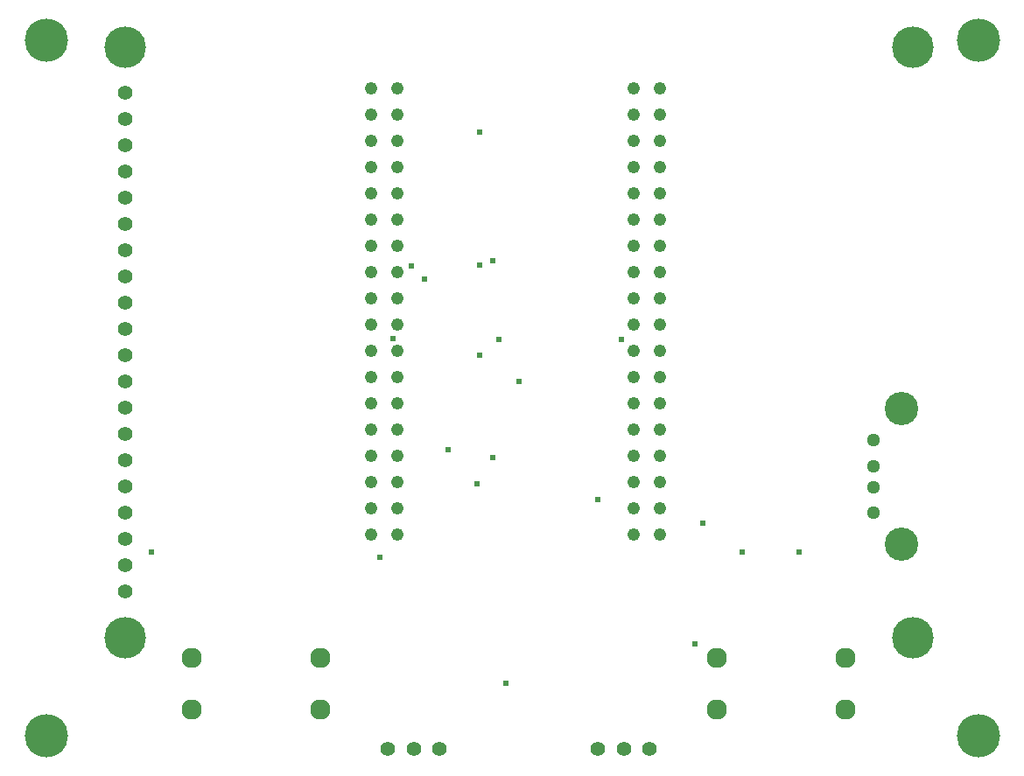
<source format=gbr>
G04 EAGLE Gerber RS-274X export*
G75*
%MOMM*%
%FSLAX34Y34*%
%LPD*%
%INCopper Layer 2*%
%IPPOS*%
%AMOC8*
5,1,8,0,0,1.08239X$1,22.5*%
G01*
%ADD10C,4.191000*%
%ADD11C,1.400000*%
%ADD12C,4.016000*%
%ADD13C,1.960000*%
%ADD14C,1.244600*%
%ADD15C,1.288000*%
%ADD16C,3.220000*%
%ADD17C,0.609600*%


D10*
X939800Y711200D03*
X38100Y711200D03*
X38100Y38100D03*
X939800Y38100D03*
D11*
X418700Y25400D03*
X393700Y25400D03*
X368700Y25400D03*
X621900Y25400D03*
X596900Y25400D03*
X571900Y25400D03*
X114300Y177800D03*
X114300Y203200D03*
X114300Y228600D03*
X114300Y254000D03*
X114300Y279400D03*
X114300Y304800D03*
X114300Y330200D03*
X114300Y355600D03*
X114300Y381000D03*
X114300Y406400D03*
X114300Y431800D03*
X114300Y457200D03*
X114300Y482600D03*
X114300Y508000D03*
X114300Y533400D03*
X114300Y558800D03*
X114300Y584200D03*
X114300Y609600D03*
X114300Y635000D03*
X114300Y660400D03*
D12*
X114300Y133350D03*
X114300Y704850D03*
X876300Y133350D03*
X876300Y704850D03*
D13*
X686800Y113900D03*
X686800Y63900D03*
X811800Y63900D03*
X811800Y113900D03*
X178800Y113900D03*
X178800Y63900D03*
X303800Y63900D03*
X303800Y113900D03*
D14*
X352800Y664800D03*
X378200Y664800D03*
X352800Y639400D03*
X378200Y639400D03*
X352800Y614000D03*
X378200Y614000D03*
X352800Y588600D03*
X378200Y588600D03*
X352800Y563200D03*
X378200Y563200D03*
X352800Y537800D03*
X378200Y537800D03*
X352800Y512400D03*
X378200Y512400D03*
X352800Y487000D03*
X378200Y487000D03*
X352800Y461600D03*
X378200Y461600D03*
X352800Y436200D03*
X378200Y436200D03*
X352800Y410800D03*
X378200Y410800D03*
X352800Y385400D03*
X378200Y385400D03*
X352800Y360000D03*
X378200Y360000D03*
X352800Y334600D03*
X378200Y334600D03*
X352800Y309200D03*
X378200Y309200D03*
X352800Y283800D03*
X378200Y283800D03*
X352800Y258400D03*
X378200Y258400D03*
X352800Y233000D03*
X378200Y233000D03*
X606800Y664800D03*
X632200Y664800D03*
X606800Y639400D03*
X632200Y639400D03*
X606800Y614000D03*
X632200Y614000D03*
X606800Y588600D03*
X632200Y588600D03*
X606800Y563200D03*
X632200Y563200D03*
X606800Y537800D03*
X632200Y537800D03*
X606800Y512400D03*
X632200Y512400D03*
X606800Y487000D03*
X632200Y487000D03*
X606800Y461600D03*
X632200Y461600D03*
X606800Y436200D03*
X632200Y436200D03*
X606800Y410800D03*
X632200Y410800D03*
X606800Y385400D03*
X632200Y385400D03*
X606800Y360000D03*
X632200Y360000D03*
X606800Y334600D03*
X632200Y334600D03*
X606800Y309200D03*
X632200Y309200D03*
X606800Y283800D03*
X632200Y283800D03*
X606800Y258400D03*
X632200Y258400D03*
X606800Y233000D03*
X632200Y233000D03*
D15*
X838200Y254000D03*
X838200Y279000D03*
X838200Y299000D03*
X838200Y324000D03*
D16*
X865300Y223300D03*
X865300Y354700D03*
D17*
X373628Y422992D03*
X469900Y307340D03*
X391160Y492760D03*
X495300Y381000D03*
X457200Y406400D03*
X403860Y480060D03*
X426720Y314960D03*
X454660Y281940D03*
X665480Y127000D03*
X594360Y421640D03*
X457200Y622300D03*
X457200Y493522D03*
X571500Y266700D03*
X139700Y215900D03*
X475742Y421640D03*
X360680Y210820D03*
X482600Y88900D03*
X469900Y497840D03*
X673100Y243840D03*
X766699Y215900D03*
X711200Y215900D03*
M02*

</source>
